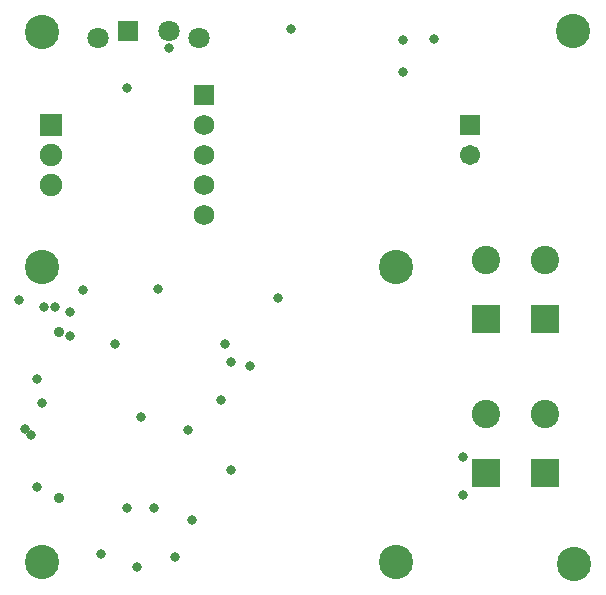
<source format=gbs>
G04*
G04 #@! TF.GenerationSoftware,Altium Limited,Altium Designer,19.1.7 (138)*
G04*
G04 Layer_Color=16711935*
%FSLAX25Y25*%
%MOIN*%
G70*
G01*
G75*
%ADD42R,0.06800X0.06800*%
%ADD43C,0.06800*%
%ADD44C,0.06706*%
%ADD45R,0.06706X0.06706*%
%ADD46R,0.07493X0.07493*%
%ADD47C,0.07493*%
%ADD48R,0.07099X0.07099*%
%ADD49C,0.07099*%
%ADD50C,0.11430*%
%ADD51R,0.09461X0.09461*%
%ADD52C,0.09461*%
%ADD53C,0.03556*%
%ADD54C,0.03162*%
D42*
X64008Y165669D02*
D03*
D43*
Y155669D02*
D03*
Y145669D02*
D03*
Y135669D02*
D03*
Y125669D02*
D03*
D44*
X152756Y145669D02*
D03*
D45*
Y155669D02*
D03*
D46*
X12937D02*
D03*
D47*
Y145669D02*
D03*
Y135669D02*
D03*
D48*
X38583Y186987D02*
D03*
D49*
X52362D02*
D03*
X28740Y184507D02*
D03*
X62205D02*
D03*
D50*
X187402Y9449D02*
D03*
X187008Y187008D02*
D03*
X9843Y186614D02*
D03*
Y108268D02*
D03*
X127953D02*
D03*
Y9843D02*
D03*
X9843D02*
D03*
D51*
X177559Y90945D02*
D03*
X157874D02*
D03*
X177559Y39764D02*
D03*
X157874D02*
D03*
D52*
X177559Y110630D02*
D03*
X157874D02*
D03*
X177559Y59449D02*
D03*
X157874D02*
D03*
D53*
X15748Y31299D02*
D03*
Y86811D02*
D03*
D54*
X38189Y27853D02*
D03*
X41813Y8268D02*
D03*
X29528Y12697D02*
D03*
X47243Y27853D02*
D03*
X58760Y54151D02*
D03*
X42913Y58323D02*
D03*
X38189Y168110D02*
D03*
X23622Y100787D02*
D03*
X14173Y95079D02*
D03*
X10630Y94882D02*
D03*
X2387Y97319D02*
D03*
X8273Y35039D02*
D03*
X150394Y44882D02*
D03*
X8268Y70866D02*
D03*
X69685Y64173D02*
D03*
X19291Y93307D02*
D03*
Y85433D02*
D03*
X9843Y62992D02*
D03*
X4205Y54457D02*
D03*
X6299Y52362D02*
D03*
X52362Y181496D02*
D03*
X48819Y101102D02*
D03*
X79264Y75197D02*
D03*
X70866Y82825D02*
D03*
X34252Y82677D02*
D03*
X54331Y11713D02*
D03*
X72866Y40551D02*
D03*
X130315Y173276D02*
D03*
X140581Y184261D02*
D03*
X130315Y184133D02*
D03*
X92913Y187795D02*
D03*
X59842Y24016D02*
D03*
X88583Y98032D02*
D03*
X72835Y76575D02*
D03*
X150394Y32283D02*
D03*
M02*

</source>
